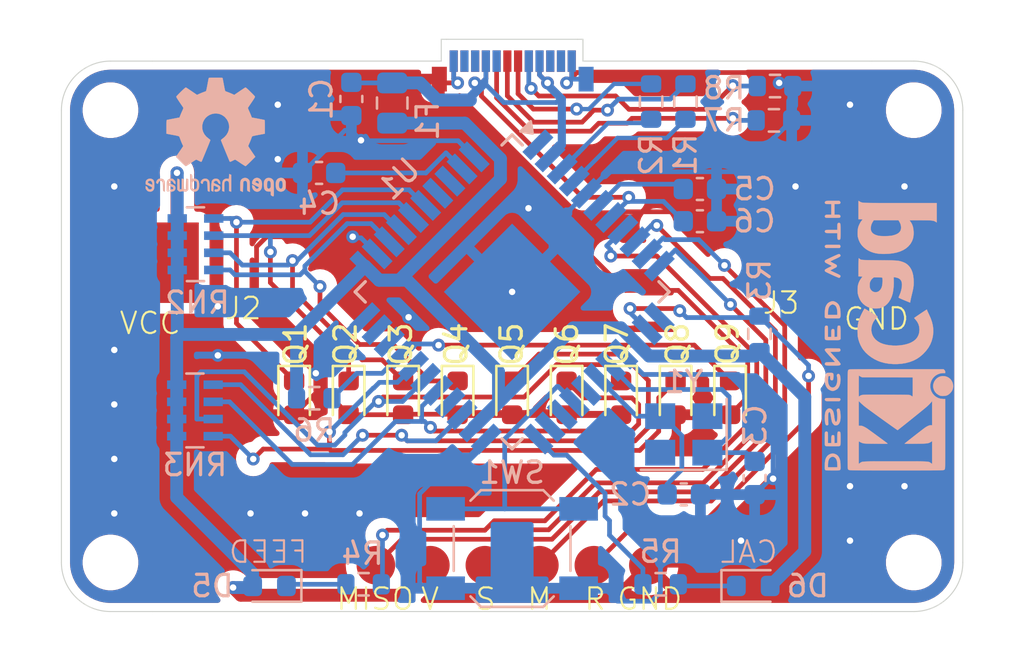
<source format=kicad_pcb>
(kicad_pcb (version 20240108) (generator "pcbnew") (generator_version "8.0")
  (layers (0 "F.Cu" signal) (31 "B.Cu" signal) (34 "B.Paste" user) (35 "F.Paste" user) (36 "B.SilkS" user "B.Silkscreen") (37 "F.SilkS" user "F.Silkscreen") (38 "B.Mask" user) (39 "F.Mask" user) (44 "Edge.Cuts" user))
  (net 0 "")
  (net 1 "GND")
  (net 2 "VBUS")
  (net 3 "Net-(U1-XTAL1)")
  (net 4 "Net-(U1-XTAL2)")
  (net 5 "Net-(U1-AREF)")
  (net 6 "VCC")
  (net 9 "Net-(P1-VCONN)")
  (net 13 "Net-(P1-CC)")
  (net 19 "Net-(U1-UCAP)")
  (net 20 "Net-(D5-K)")
  (net 21 "Net-(D6-K)")
  (net 22 "/DP")
  (net 23 "/DN")
  (net 24 "/D+")
  (net 25 "/D-")
  (net 26 "/MOSI")
  (net 27 "Net-(U1-PB0)")
  (net 28 "Net-(U1-PD5)")
  (net 29 "Net-(U1-PD1)")
  (net 38 "/SCK")
  (net 41 "/MISO")
  (net 42 "/RESET")
  (net 43 "/DATA0")
  (net 44 "/DATA1")
  (net 45 "/DATA2")
  (net 46 "/FEED")
  (net 47 "/DATA3")
  (net 48 "/DATA4")
  (net 49 "/DATA5")
  (net 50 "/DATA6")
  (net 51 "/DATA7")
  (footprint "LED_SMD:LED_0603_1608Metric" (layer "F.Cu") (at 135.382 65.7325 -90)
    (property "Reference" "Q9")
    (property "Value" "BPW40")
  )
  (footprint "LED_SMD:LED_0603_1608Metric" (layer "F.Cu") (at 115.062 65.7325 -90)
    (property "Reference" "Q1")
    (property "Value" "BPW40")
  )
  (footprint "ptrLibrary:1pin" (layer "F.Cu") (at 142.075 61.309)
    (property "Reference" "J3")
    (property "Value" "Conn_GND")
  )
  (footprint "LED_SMD:LED_0603_1608Metric" (layer "F.Cu") (at 125.222 65.7325 -90)
    (property "Reference" "Q5")
    (property "Value" "BPW40")
  )
  (footprint "LED_SMD:LED_0603_1608Metric" (layer "F.Cu") (at 122.682 65.7325 -90)
    (property "Reference" "Q4")
    (property "Value" "BPW40")
  )
  (footprint "MountingHole:MountingHole_2.1mm" (layer "F.Cu") (at 106.5022 52.324)
    (property "Reference" "H1" (hide yes))
    (property "Value" "MountingHole")
  )
  (footprint "LED_SMD:LED_0603_1608Metric" (layer "F.Cu") (at 130.302 65.7325 -90)
    (property "Reference" "Q7")
    (property "Value" "BPW40")
  )
  (footprint "LED_SMD:LED_0603_1608Metric" (layer "F.Cu") (at 132.842 65.7325 -90)
    (property "Reference" "Q8")
    (property "Value" "BPW40")
  )
  (footprint "Connector_USB:USB_C_Plug_Molex_105444" (layer "F.Cu") (at 125.25 49.998)
    (property "Reference" "P1" (hide yes))
    (property "Value" "USB_C_Plug")
  )
  (footprint "MountingHole:MountingHole_2.1mm" (layer "F.Cu") (at 143.9418 73.406)
    (property "Reference" "H3" (hide yes))
    (property "Value" "MountingHole")
  )
  (footprint "MountingHole:MountingHole_2.1mm" (layer "F.Cu") (at 106.5022 73.406)
    (property "Reference" "H4" (hide yes))
    (property "Value" "MountingHole")
  )
  (footprint "MountingHole:MountingHole_2.1mm" (layer "F.Cu") (at 143.9418 52.324)
    (property "Reference" "H2" (hide yes))
    (property "Value" "MountingHole")
  )
  (footprint "ptrLibrary:1pin" (layer "F.Cu") (at 108.369 61.309)
    (property "Reference" "J2")
    (property "Value" "Conn_VCC")
  )
  (footprint "LED_SMD:LED_0603_1608Metric" (layer "F.Cu") (at 117.602 65.7325 -90)
    (property "Reference" "Q2")
    (property "Value" "BPW40")
  )
  (footprint "SZDIYLibrary:testPoints 6pin" (layer "F.Cu") (at 118.872 73.533)
    (property "Reference" "J1" (hide yes))
    (property "Value" "ICSP")
  )
  (footprint "LED_SMD:LED_0603_1608Metric" (layer "F.Cu") (at 120.142 65.7325 -90)
    (property "Reference" "Q3")
    (property "Value" "BPW40")
  )
  (footprint "LED_SMD:LED_0603_1608Metric" (layer "F.Cu") (at 127.762 65.7325 -90)
    (property "Reference" "Q6")
    (property "Value" "BPW40")
  )
  (footprint "Symbol:KiCad-Logo2_5mm_SilkScreen" (layer "B.Cu") (at 142.7988 62.8396 90)
    (property "Reference" "REF**" (hide yes))
    (property "Value" "KiCad-Logo2_5mm_SilkScreen" (hide yes))
  )
  (footprint "LED_SMD:LED_0603_1608Metric" (layer "B.Cu") (at 113.916 74.5 180)
    (property "Reference" "D5")
    (property "Value" "FEED LED GREEN")
  )
  (footprint "Package_QFP:TQFP-44-1EP_10x10mm_P0.8mm_EP4.5x4.5mm" (layer "B.Cu") (at 125.222 60.7932 -135)
    (property "Reference" "U1")
    (property "Value" "ATmega32U4-M")
  )
  (footprint "Fuse:Fuse_0805_2012Metric" (layer "B.Cu") (at 119.634 51.9915 -90)
    (property "Reference" "F1")
    (property "Value" "500mA")
  )
  (footprint "Capacitor_SMD:C_0603_1608Metric" (layer "B.Cu") (at 116.225 55.25)
    (property "Reference" "C4")
    (property "Value" "0.1uF")
  )
  (footprint "Capacitor_SMD:C_0603_1608Metric" (layer "B.Cu") (at 117.729 51.803 -90)
    (property "Reference" "C1")
    (property "Value" "1uF")
  )
  (footprint "Resistor_SMD:R_0603_1608Metric" (layer "B.Cu") (at 131.7 51.925 -90)
    (property "Reference" "R2")
    (property "Value" "22R")
  )
  (footprint "Resistor_SMD:R_0603_1608Metric" (layer "B.Cu") (at 116 65.75)
    (property "Reference" "R6")
    (property "Value" "4K7")
  )
  (footprint "Button_Switch_SMD:SW_SPST_SKQG_WithStem" (layer "B.Cu") (at 125.222 72.756 180)
    (property "Reference" "SW1")
    (property "Value" "SW_Push")
  )
  (footprint "LED_SMD:LED_0603_1608Metric" (layer "B.Cu") (at 136.4625 74.5)
    (property "Reference" "D6")
    (property "Value" "CAL LED YELLOW")
  )
  (footprint "Crystal:Crystal_SMD_3225-4Pin_3.2x2.5mm" (layer "B.Cu") (at 133.223 67.437 180)
    (property "Reference" "Y1")
    (property "Value" "16M")
  )
  (footprint "Resistor_SMD:R_Array_Concave_4x0603" (layer "B.Cu") (at 110.4646 58.5724 180)
    (property "Reference" "RN2")
    (property "Value" "4K7")
  )
  (footprint "Resistor_SMD:R_0603_1608Metric" (layer "B.Cu") (at 118.301 74.422 180)
    (property "Reference" "R4")
    (property "Value" "330R")
  )
  (footprint "Resistor_SMD:R_0603_1608Metric" (layer "B.Cu") (at 133.3 51.925 -90)
    (property "Reference" "R1")
    (property "Value" "22R")
  )
  (footprint "Resistor_SMD:R_0603_1608Metric" (layer "B.Cu") (at 137.425 52.8)
    (property "Reference" "R7")
    (property "Value" "5K1")
  )
  (footprint "Capacitor_SMD:C_0603_1608Metric" (layer "B.Cu") (at 133.975 57.5)
    (property "Reference" "C6")
    (property "Value" "1uF")
  )
  (footprint "Capacitor_SMD:C_0603_1608Metric" (layer "B.Cu") (at 133.223 70.231 180)
    (property "Reference" "C2")
    (property "Value" "22pF")
  )
  (footprint "Resistor_SMD:R_0603_1608Metric" (layer "B.Cu") (at 132.143 74.422)
    (property "Reference" "R5")
    (property "Value" "330R")
  )
  (footprint "Resistor_SMD:R_0603_1608Metric" (layer "B.Cu") (at 136.75 62.75 90)
    (property "Reference" "R3")
    (property "Value" "10K")
  )
  (footprint "Symbol:OSHW-Logo2_7.3x6mm_SilkScreen" (layer "B.Cu") (at 111.4044 53.5686 180)
    (property "Reference" "REF**" (hide yes))
    (property "Value" "OSHW-Logo2_7.3x6mm_SilkScreen" (hide yes))
  )
  (footprint "Capacitor_SMD:C_0603_1608Metric" (layer "B.Cu") (at 133.975 56 180)
    (property "Reference" "C5")
    (property "Value" "1uF")
  )
  (footprint "Resistor_SMD:R_Array_Concave_4x0603" (layer "B.Cu") (at 110.4392 66.3194 180)
    (property "Reference" "RN3")
    (property "Value" "4K7")
  )
  (footprint "Capacitor_SMD:C_0603_1608Metric" (layer "B.Cu") (at 136.525 69.469 90)
    (property "Reference" "C3")
    (property "Value" "22pF")
  )
  (footprint "Resistor_SMD:R_0603_1608Metric" (layer "B.Cu") (at 137.475 51.2)
    (property "Reference" "R8")
    (property "Value" "NC")
  )
  (gr_line (start 146.2278 73.406) (end 146.2278 52.324) (stroke (width 0.05)) (layer "Edge.Cuts"))
  (gr_line (start 108.458 50.038) (end 106.5022 50.038) (stroke (width 0.05)) (layer "Edge.Cuts"))
  (gr_line (start 104.2162 73.406) (end 104.2162 52.324) (stroke (width 0.05)) (layer "Edge.Cuts"))
  (gr_arc (start 106.5022 75.692) (mid 104.885754 75.022446) (end 104.2162 73.406) (stroke (width 0.05)) (layer "Edge.Cuts"))
  (gr_line (start 108.458 50.038) (end 121.92 50.038) (stroke (width 0.05)) (layer "Edge.Cuts"))
  (gr_line (start 141.986 50.038) (end 143.9418 50.038) (stroke (width 0.05)) (layer "Edge.Cuts"))
  (gr_line (start 128.524 49.022) (end 128.524 50.038) (stroke (width 0.05)) (layer "Edge.Cuts"))
  (gr_arc (start 104.2162 52.324) (mid 104.885754 50.707554) (end 106.5022 50.038) (stroke (width 0.05)) (layer "Edge.Cuts"))
  (gr_line (start 128.27 49.022) (end 122.174 49.022) (stroke (width 0.05)) (layer "Edge.Cuts"))
  (gr_line (start 141.986 75.692) (end 143.9418 75.692) (stroke (width 0.05)) (layer "Edge.Cuts"))
  (gr_arc (start 143.9418 50.038) (mid 145.558246 50.707554) (end 146.2278 52.324) (stroke (width 0.05)) (layer "Edge.Cuts"))
  (gr_line (start 141.986 50.038) (end 128.524 50.038) (stroke (width 0.05)) (layer "Edge.Cuts"))
  (gr_line (start 121.92 50.038) (end 121.92 49.022) (stroke (width 0.05)) (layer "Edge.Cuts"))
  (gr_line (start 121.92 49.022) (end 122.174 49.022) (stroke (width 0.05)) (layer "Edge.Cuts"))
  (gr_line (start 106.5022 75.692) (end 108.458 75.692) (stroke (width 0.05)) (layer "Edge.Cuts"))
  (gr_line (start 128.27 49.022) (end 128.524 49.022) (stroke (width 0.05)) (layer "Edge.Cuts"))
  (gr_line (start 108.458 75.692) (end 141.986 75.692) (stroke (width 0.05)) (layer "Edge.Cuts"))
  (gr_arc (start 146.2278 73.406) (mid 145.558246 75.022446) (end 143.9418 75.692) (stroke (width 0.05)) (layer "Edge.Cuts"))
  (gr_text "FEED" (at 115.75 73.5 0) (layer "B.SilkS") (effects (font (size 1 1) (thickness 0.1)) (justify left bottom mirror)))
  (gr_text "CAL" (at 137.668 73.5 0) (layer "B.SilkS") (effects (font (size 1 1) (thickness 0.1)) (justify left bottom mirror)))
  (gr_text "VCC" (at 106.8578 62.8396 0) (layer "F.SilkS") (effects (font (size 1 1) (thickness 0.1)) (justify left bottom)))
  (gr_text "GND\n" (at 140.6144 62.6364 0) (layer "F.SilkS") (effects (font (size 1 1) (thickness 0.1)) (justify left bottom)))
  (segment (start 121.83 50.878) (end 121.83 51.7647) (width 0.22) (layer "F.Cu") (net 1))
  (segment (start 125.222 66.52) (end 127.762 66.52) (width 0.22) (layer "F.Cu") (net 1))
  (segment (start 116.0723 64.5853) (end 116.0723 65.3831) (width 0.22) (layer "F.Cu") (net 1))
  (segment (start 120.1654 66.4966) (end 122.6586 66.4966) (width 0.22) (layer "F.Cu") (net 1))
  (segment (start 140.2686 66.6188) (end 140.2686 59.309) (width 0.22) (layer "F.Cu") (net 1))
  (segment (start 136.7305 57.5042) (end 136.7305 57.0608) (width 0.22) (layer "F.Cu") (net 1))
  (segment (start 137.185 50.571) (end 137.668 51.054) (width 0.22) (layer "F.Cu") (net 1))
  (segment (start 121.83 51.7647) (end 128.6423 58.577) (width 0.22) (layer "F.Cu") (net 1))
  (segment (start 132.9652 60.7243) (end 136.2028 63.9619) (width 0.22) (layer "F.Cu") (net 1))
  (segment (start 127.762 66.52) (end 130.302 66.52) (width 0.22) (layer "F.Cu") (net 1))
  (segment (start 116.5284 65.4464) (end 116.1356 65.4464) (width 0.22) (layer "F.Cu") (net 1))
  (segment (start 119.8664 53.7283) (end 121.83 51.7647) (width 0.22) (layer "F.Cu") (net 1))
  (segment (start 136.2028 65.6992) (end 135.382 66.52) (width 0.22) (layer "F.Cu") (net 1))
  (segment (start 117.602 66.52) (end 116.5284 65.4464) (width 0.22) (layer "F.Cu") (net 1))
  (segment (start 122.5 50.872) (end 122.682 51.054) (width 0.22) (layer "F.Cu") (net 1))
  (segment (start 136.7305 57.0608) (end 136.7305 51.9915) (width 0.22) (layer "F.Cu") (net 1))
  (segment (start 122.006 51.054) (end 121.83 50.878) (width 0.22) (layer "F.Cu") (net 1))
  (segment (start 122.5 50.038) (end 122.5 50.872) (width 0.22) (layer "F.Cu") (net 1))
  (segment (start 133.3544 73.533) (end 137.3848 69.5026) (width 0.22) (layer "F.Cu") (net 1))
  (segment (start 122.6586 66.4966) (end 122.682 66.52) (width 0.22) (layer "F.Cu") (net 1))
  (segment (start 128.6423 58.577) (end 128.772 58.577) (width 0.22) (layer "F.Cu") (net 1))
  (segment (start 136.7305 57.0608) (end 130.2882 57.0608) (width 0.22) (layer "F.Cu") (net 1))
  (segment (start 117.7912 58.2243) (end 113.7811 58.2243) (width 0.22) (layer "F.Cu") (net 1))
  (segment (start 128.772 58.99) (end 130.5063 60.7243) (width 0.22) (layer "F.Cu") (net 1))
  (segment (start 136.7305 51.9915) (end 137.668 51.054) (width 0.22) (layer "F.Cu") (net 1))
  (segment (start 116.1356 65.4464) (end 115.062 66.52) (width 0.22) (layer "F.Cu") (net 1))
  (segment (start 113.7811 58.2243) (end 113.3109 58.6945) (width 0.22) (layer "F.Cu") (net 1))
  (segment (start 141.097 59.309) (end 140.2686 59.309) (width 0.22) (layer "F.Cu") (net 1))
  (segment (start 128 50.038) (end 128 50.816) (width 0.22) (layer "F.Cu") (net 1))
  (segment (start 120.142 66.52) (end 120.1654 66.4966) (width 0.22) (layer "F.Cu") (net 1))
  (segment (start 118.1789 57.8366) (end 117.7912 58.2243) (width 0.22) (layer "F.Cu") (net 1))
  (segment (start 128.772 58.577) (end 128.772 58.99) (width 0.22) (layer "F.Cu") (net 1))
  (segment (start 140.2686 59.309) (end 138.5353 59.309) (width 0.22) (layer "F.Cu") (net 1))
  (segment (start 118.1789 53.7283) (end 118.1789 57.8366) (width 0.22) (layer "F.Cu") (net 1))
  (segment (start 137.3848 69.5026) (end 140.2686 66.6188) (width 0.22) (layer "F.Cu") (net 1))
  (segment (start 130.2882 57.0608) (end 128.772 58.577) (width 0.22) (layer "F.Cu") (net 1))
  (segment (start 128.245 50.571) (end 137.185 50.571) (width 0.22) (layer "F.Cu") (net 1))
  (segment (start 128 50.816) (end 128.245 50.571) (width 0.22) (layer "F.Cu") (net 1))
  (segment (start 128 50.816) (end 127.762 51.054) (width 0.22) (layer "F.Cu") (net 1))
  (segment (start 113.3109 58.6945) (end 113.3109 61.8239) (width 0.22) (layer "F.Cu") (net 1))
  (segment (start 113.3109 61.8239) (end 116.0723 64.5853) (width 0.22) (layer "F.Cu") (net 1))
  (segment (start 131.572 73.533) (end 133.3544 73.533) (width 0.22) (layer "F.Cu") (net 1))
  (segment (start 138.5353 59.309) (end 136.7305 57.5042) (width 0.22) (layer "F.Cu") (net 1))
  (segment (start 116.0723 65.3831) (end 116.1356 65.4464) (width 0.22) (layer "F.Cu") (net 1))
  (segment (start 122.682 51.054) (end 122.006 51.054) (width 0.22) (layer "F.Cu") (net 1))
  (segment (start 118.1789 53.7283) (end 119.8664 53.7283) (width 0.22) (layer "F.Cu") (net 1))
  (segment (start 130.5063 60.7243) (end 132.9652 60.7243) (width 0.22) (layer "F.Cu") (net 1))
  (segment (start 135.382 66.52) (end 132.842 66.52) (width 0.22) (layer "F.Cu") (net 1))
  (segment (start 120.142 66.52) (end 117.602 66.52) (width 0.22) (layer "F.Cu") (net 1))
  (segment (start 122.682 66.52) (end 125.222 66.52) (width 0.22) (layer "F.Cu") (net 1))
  (segment (start 136.2028 63.9619) (end 136.2028 65.6992) (width 0.22) (layer "F.Cu") (net 1))
  (segment (start 127.762 51.054) (end 128 50.816) (width 0.22) (layer "F.Cu") (net 1))
  (via (at 120.396 61.976) (size 0.6) (drill 0.3) (layers "F.Cu" "B.Cu") (net 1))
  (via (at 137.3848 69.5026) (size 0.6) (drill 0.3) (layers "F.Cu" "B.Cu") (net 1))
  (via (at 125.984 56.896) (size 0.6) (drill 0.3) (layers "F.Cu" "B.Cu") (net 1))
  (via (at 118.1789 53.7283) (size 0.6) (drill 0.3) (layers "F.Cu" "B.Cu") (net 1))
  (via (at 116.0723 64.5853) (size 0.6) (drill 0.3) (layers "F.Cu" "B.Cu") (net 1))
  (via (at 140.97 69.85) (size 0.6) (drill 0.3) (layers "F.Cu" "B.Cu") (net 1))
  (via (at 138.43 55.88) (size 0.6) (drill 0.3) (layers "F.Cu" "B.Cu") (net 1))
  (via (at 115.57 71.12) (size 0.6) (drill 0.3) (layers "F.Cu" "B.Cu") (net 1))
  (via (at 137.668 51.054) (size 0.6) (drill 0.3) (layers "F.Cu" "B.Cu") (net 1))
  (via (at 106.68 66.04) (size 0.6) (drill 0.3) (layers "F.Cu" "B.Cu") (net 1))
  (via (at 106.68 71.12) (size 0.6) (drill 0.3) (layers "F.Cu" "B.Cu") (net 1))
  (via (at 106.68 68.58) (size 0.6) (drill 0.3) (layers "F.Cu" "B.Cu") (net 1))
  (via (at 140.97 72.39) (size 0.6) (drill 0.3) (layers "F.Cu" "B.Cu") (net 1))
  (via (at 125.222 60.7932) (size 0.6) (drill 0.3) (layers "F.Cu" "B.Cu") (net 1))
  (via (at 113.03 71.12) (size 0.6) (drill 0.3) (layers "F.Cu" "B.Cu") (net 1))
  (via (at 106.68 55.88) (size 0.6) (drill 0.3) (layers "F.Cu" "B.Cu") (net 1))
  (via (at 143.51 55.88) (size 0.6) (drill 0.3) (layers "F.Cu" "B.Cu") (net 1))
  (via (at 135.89 72.39) (size 0.6) (drill 0.3) (layers "F.Cu" "B.Cu") (net 1))
  (via (at 106.68 63.5) (size 0.6) (drill 0.3) (layers "F.Cu" "B.Cu") (net 1))
  (via (at 114.3 54.61) (size 0.6) (drill 0.3) (layers "F.Cu" "B.Cu") (net 1))
  (via (at 117.7912 58.2243) (size 0.6) (drill 0.3) (layers "F.Cu" "B.Cu") (net 1))
  (via (at 122.682 51.054) (size 0.6) (drill 0.3) (layers "F.Cu" "B.Cu") (net 1))
  (via (at 118.11 71.12) (size 0.6) (drill 0.3) (layers "F.Cu" "B.Cu") (net 1))
  (via (at 111.506 61.468) (size 0.6) (drill 0.3) (layers "F.Cu" "B.Cu") (net 1))
  (via (at 140.97 52.07) (size 0.6) (drill 0.3) (layers "F.Cu" "B.Cu") (net 1))
  (via (at 127.762 51.054) (size 0.6) (drill 0.3) (layers "F.Cu" "B.Cu") (net 1))
  (via (at 114.3 52.07) (size 0.6) (drill 0.3) (layers "F.Cu" "B.Cu") (net 1))
  (via (at 143.51 69.85) (size 0.6) (drill 0.3) (layers "F.Cu" "B.Cu") (net 1))
  (via (at 111.506 63.754) (size 0.6) (drill 0.3) (layers "F.Cu" "B.Cu") (net 1))
  (segment (start 128.322 74.606) (end 122.122 74.606) (width 0.22) (layer "B.Cu") (net 1))
  (segment (start 122.7123 68.4029) (end 123.2691 68.4029) (width 0.22) (layer "B.Cu") (net 1))
  (segment (start 120.9103 74.606) (end 120.9103 70.2049) (width 0.22) (layer "B.Cu") (net 1))
  (segment (start 137.2664 69.5026) (end 137.3848 69.5026) (width 0.22) (layer "B.Cu") (net 1))
  (segment (start 128.67 50.878) (end 127.938 50.878) (width 0.22) (layer "B.Cu") (net 1))
  (segment (start 127.0334 58.1967) (end 127.0334 58.9818) (width 0.22) (layer "B.Cu") (net 1))
  (segment (start 136.525 70.244) (end 137.2664 69.5026) (width 0.22) (layer "B.Cu") (net 1))
  (segment (start 138.154 51.054) (end 138.3 51.2) (width 0.22) (layer "B.Cu") (net 1))
  (segment (start 127.4022 57.4816) (end 127.4022 57.8279) (width 0.22) (layer "B.Cu") (net 1))
  (segment (start 118.1997 53.7491) (end 118.1789 53.7283) (width 0.22) (layer "B.Cu") (net 1))
  (segment (start 137.3848 66.2648) (end 137.3848 69.5026) (width 0.22) (layer "B.Cu") (net 1))
  (segment (start 122.7034 53.7491) (end 118.1997 53.7491) (width 0.22) (layer "B.Cu") (net 1))
  (segment (start 117.6124 62.746) (end 117.5195 62.6532) (width 0.22) (layer "B.Cu") (net 1))
  (segment (start 134.75 55.194) (end 134.75 56) (width 0.22) (layer "B.Cu") (net 1))
  (segment (start 117.8415 58.2746) (end 117.7912 58.2243) (width 0.22) (layer "B.Cu") (net 1))
  (segment (start 117.4311 53.2689) (end 115.45 55.25) (width 0.22) (layer "B.Cu") (net 1))
  (segment (start 130.1372 75.2095) (end 131.7304 75.2095) (width 0.22) (layer "B.Cu") (net 1))
  (segment (start 134.75 55.194) (end 129.6898 55.194) (width 0.22) (layer "B.Cu") (net 1))
  (segment (start 135.763 64.643) (end 137.3848 66.2648) (width 0.22) (layer "B.Cu") (net 1))
  (segment (start 131.7304 75.2095) (end 132.1347 74.8052) (width 0.22) (layer "B.Cu") (net 1))
  (segment (start 117.7195 53.2689) (end 118.1789 53.7283) (width 0.22) (layer "B.Cu") (net 1))
  (segment (start 134.75 56) (end 134.75 57.5) (width 0.22) (layer "B.Cu") (net 1))
  (segment (start 122.5 50.872) (end 122.682 51.054) (width 0.22) (layer "B.Cu") (net 1))
  (segment (start 123.4542 54.4999) (end 122.7034 53.7491) (width 0.22) (layer "B.Cu") (net 1))
  (segment (start 127.9361 56.9477) (end 127.4022 57.4816) (width 0.22) (layer "B.Cu") (net 1))
  (segment (start 129.5337 74.606) (end 130.1372 75.2095) (width 0.22) (layer "B.Cu") (net 1))
  (segment (start 128.6868 56.197) (end 127.9361 56.9477) (width 0.22) (layer "B.Cu") (net 1))
  (segment (start 137.668 51.054) (end 138.154 51.054) (width 0.22) (layer "B.Cu") (net 1))
  (segment (start 118.1779 58.2746) (end 117.8415 58.2746) (width 0.22) (layer "B.Cu") (net 1))
  (segment (start 128.322 74.606) (end 129.5337 74.606) (width 0.22) (layer "B.Cu") (net 1))
  (segment (start 132.1347 74.8052) (end 132.1347 73.5221) (width 0.22) (layer "B.Cu") (net 1))
  (segment (start 138.3 52.75) (end 138.3 51.2) (width 0.22) (layer "B.Cu") (net 1))
  (segment (start 135.856 55.194) (end 134.75 55.194) (width 0.22) (layer "B.Cu") (net 1))
  (segment (start 116.963 62.6532) (end 116.0723 63.5439) (width 0.22) (layer "B.Cu") (net 1))
  (segment (start 129.6898 55.194) (end 128.6868 56.197) (width 0.22) (layer "B.Cu") (net 1))
  (segment (start 117.729 52.9895) (end 117.729 52.578) (width 0.22) (layer "B.Cu") (net 1))
  (segment (start 117.5195 62.6532) (end 116.963 62.6532) (width 0.22) (layer "B.Cu") (net 1))
  (segment (start 117.7195 53.2689) (end 117.4311 53.2689) (width 0.22) (layer "B.Cu") (net 1))
  (segment (start 122.5 50.038) (end 122.5 50.872) (width 0.22) (layer "B.Cu") (net 1))
  (segment (start 120.9103 70.2049) (end 122.7123 68.4029) (width 0.22) (layer "B.Cu") (net 1))
  (segment (start 132.1347 73.5221) (end 134.011 71.6458) (width 0.22) (layer "B.Cu") (net 1))
  (segment (start 127.938 50.878) (end 127.762 51.054) (width 0.22) (layer "B.Cu") (net 1))
  (segment (start 122.122 74.606) (end 120.9103 74.606) (width 0.22) (layer "B.Cu") (net 1))
  (segment (start 127.938 50.878) (end 127.762 51.054) (width 0.22) (layer "B.Cu") (net 1))
  (segment (start 125.222 60.7932) (end 127.0334 58.9818) (width 0.22) (layer "B.Cu") (net 1))
  (segment (start 116.0723 63.5439) (end 116.0723 64.5853) (width 0.22) (layer "B.Cu") (net 1))
  (segment (start 128 50.038) (end 128 50.816) (width 0.22) (layer "B.Cu") (net 1))
  (segment (start 128 50.816) (end 127.938 50.878) (width 0.22) (layer "B.Cu") (net 1))
  (segment (start 117.71 52.9895) (end 117.7195 52.9895) (width 0.22) (layer "B.Cu") (net 1))
  (segment (start 117.7195 52.9895) (end 117.7195 53.2689) (width 0.22) (layer "B.Cu") (net 1))
  (segment (start 138.25 52.8) (end 138.3 52.75) (width 0.22) (layer "B.Cu") (net 1))
  (segment (start 134.011 70.244) (end 136.525 70.244) (width 0.22) (layer "B.Cu") (net 1))
  (segment (start 117.7195 52.9895) (end 117.729 52.9895) (width 0.22) (layer "B.Cu") (net 1))
  (segment (start 130.38388 63.692338) (end 131.334542 64.643) (width 0.22) (layer "B.Cu") (net 1))
  (segment (start 127.4022 57.8279) (end 127.0334 58.1967) (width 0.22) (layer "B.Cu") (net 1))
  (segment (start 118.3631 61.9953) (end 117.6124 62.746) (width 0.22) (layer "B.Cu") (net 1))
  (segment (start 124.0199 67.6521) (end 123.2691 68.4029) (width 0.22) (layer "B.Cu") (net 1))
  (segment (start 134.011 71.6458) (end 134.011 70.244) (width 0.22) (layer "B.Cu") (net 1))
  (segment (start 131.334542 64.643) (end 135.763 64.643) (width 0.22) (layer "B.Cu") (net 1))
  (segment (start 138.25 52.8) (end 135.856 55.194) (width 0.22) (layer "B.Cu") (net 1))
  (segment (start 118.9287 59.0254) (end 118.1779 58.2746) (width 0.22) (layer "B.Cu") (net 1))
  (segment (start 134.011 70.244) (end 133.998 70.231) (width 0.22) (layer "B.Cu") (net 1))
  (segment (start 123.794 51.054) (end 123.482 51.054) (width 0.22) (layer "F.Cu") (net 2))
  (segment (start 126.5 50.038) (end 126.5 50.681) (width 0.22) (layer "F.Cu") (net 2))
  (segment (start 126.5 50.681) (end 126.873 51.054) (width 0.22) (layer "F.Cu") (net 2))
  (segment (start 123.794 51.6678) (end 123.794 51.054) (width 0.22) (layer "F.Cu") (net 2))
  (segment (start 124 50.038) (end 124 50.848) (width 0.22) (layer "F.Cu") (net 2))
  (segment (start 128.512 56.3858) (end 123.794 51.6678) (width 0.22) (layer "F.Cu") (net 2))
  (segment (start 124 50.848) (end 123.794 51.054) (width 0.22) (layer "F.Cu") (net 2))
  (segment (start 130.6551 56.3858) (end 128.512 56.3858) (width 0.22) (layer "F.Cu") (net 2))
  (via (at 126.873 51.054) (size 0.6) (drill 0.3) (layers "F.Cu" "B.Cu") (net 2))
  (via (at 123.482 51.054) (size 0.6) (drill 0.3) (layers "F.Cu" "B.Cu") (net 2))
  (via (at 130.6551 56.3858) (size 0.6) (drill 0.3) (layers "F.Cu" "B.Cu") (net 2))
  (segment (start 123.556 51.2925) (end 123.365 51.483) (width 0.22) (layer "B.Cu") (net 2))
  (segment (start 132.2777 56.5777) (end 130.6551 56.5777) (width 0.22) (layer "B.Cu") (net 2))
  (segment (start 126.99 54.4999) (end 126.99 54.5) (width 0.22) (layer "B.Cu") (net 2))
  (segment (start 117.755 51.054) (end 117.729 51.028) (width 0.22) (layer "B.Cu") (net 2))
  (segment (start 130.6551 56.5777) (end 130.569 56.5777) (width 0.22) (layer "B.Cu") (net 2))
  (segment (start 124 51.133) (end 124 50.848) (width 0.22) (layer "B.Cu") (net 2))
  (segment (start 123.279 51.854) (end 124 51.133) (width 0.22) (layer "B.Cu") (net 2))
  (segment (start 126.873 51.1408) (end 127.49 51.7573) (width 0.38) (layer "B.Cu") (net 2))
  (segment (start 127.2645 54.2254) (end 127.2643 54.2254) (width 0.22) (layer "B.Cu") (net 2))
  (segment (start 123.667 51.181) (end 123.556 51.2925) (width 0.22) (layer "B.Cu") (net 2))
  (segment (start 123.482 51.366) (end 123.365 51.483) (width 0.22) (layer "B.Cu") (net 2))
  (segment (start 124.835 51.9679) (end 124 51.133) (width 0.22) (layer "B.Cu") (net 2))
  (segment (start 127.279 51.9679) (end 124.835 51.9679) (width 0.22) (layer "B.Cu") (net 2))
  (segment (start 127.49 51.7573) (end 127.49 51.7574) (width 0.22) (layer "B.Cu") (net 2))
  (segment (start 124 50.038) (end 124 50.848) (width 0.22) (layer "B.Cu") (net 2))
  (segment (start 133.2 57.5) (end 132.2777 56.5777) (width 0.22) (layer "B.Cu") (net 2))
  (segment (start 126.873 51.054) (end 126.873 51.1408) (width 0.38) (layer "B.Cu") (net 2))
  (segment (start 130.569 56.5777) (end 130.569 56.5776) (width 0.22) (layer "B.Cu") (net 2))
  (segment (start 119.634 51.054) (end 117.755 51.054) (width 0.22) (layer "B.Cu") (net 2))
  (segment (start 127.49 51.7574) (end 127.279 51.9679) (width 0.22) (layer "B.Cu") (net 2))
  (segment (start 120.929 51.054) (end 121.539 51.664) (width 0.6) (layer "B.Cu") (net 2))
  (segment (start 119.634 51.054) (end 120.929 51.054) (width 0.6) (layer "B.Cu") (net 2))
  (segment (start 126.5 50.681) (end 126.873 51.054) (width 0.22) (layer "B.Cu") (net 2))
  (segment (start 127.539 53.9509) (end 127.2645 54.2254) (width 0.38) (layer "B.Cu") (net 2))
  (segment (start 129.8182 57.3284) (end 130.569 56.5776) (width 0.22) (layer "B.Cu") (net 2))
  (segment (start 126.99 54.4999) (end 126.99 54.5) (width 0.38) (layer "B.Cu") (net 2))
  (segment (start 123.365 51.483) (end 123.184 51.664) (width 0.22) (layer "B.Cu") (net 2))
  (segment (start 130.6551 56.5777) (end 130.6551 56.3858) (width 0.22) (layer "B.Cu") (net 2))
  (segment (start 126.5 50.038) (end 126.5 50.681) (width 0.22) (layer "B.Cu") (net 2))
  (segment (start 121.729 51.854) (end 123.279 51.854) (width 0.6) (layer "B.Cu") (net 2))
  (segment (start 123.482 51.054) (end 123.482 51.366) (width 0.22) (layer "B.Cu") (net 2))
  (segment (start 127.2643 54.2254) (end 126.9898 54.4999) (width 0.22) (layer "B.Cu") (net 2))
  (segment (start 123.184 51.664) (end 121.539 51.664) (width 0.22) (layer "B.Cu") (net 2))
  (segment (start 127.539 51.8067) (end 127.539 53.9509) (width 0.38) (layer "B.Cu") (net 2))
  (segment (start 121.539 51.664) (end 121.729 51.854) (width 0.6) (layer "B.Cu") (net 2))
  (segment (start 124 50.848) (end 123.556 51.2925) (width 0.22) (layer "B.Cu") (net 2))
  (segment (start 127.49 51.7573) (end 127.539 51.8067) (width 0.38) (layer "B.Cu") (net 2))
  (segment (start 127.2645 54.2254) (end 126.99 54.4999) (width 0.38) (layer "B.Cu") (net 2))
  (segment (start 133.133 69.071) (end 133.133 67.497) (width 0.22) (layer "B.Cu") (net 3))
  (segment (start 133.133 67.497) (end 132.223 66.587) (width 0.22) (layer "B.Cu") (net 3))
  (segment (start 132.123 66.587) (end 131.0158 66.587) (width 0.22) (layer "B.Cu") (net 3))
  (segment (start 132.223 66.587) (end 132.123 66.587) (width 0.22) (layer "B.Cu") (net 3))
  (segment (start 131.0158 66.587) (end 129.2525 64.8237) (width 0.22) (layer "B.Cu") (net 3))
  (segment (start 132.448 70.231) (end 132.448 69.756) (width 0.22) (layer "B.Cu") (net 3))
  (segment (start 132.448 69.756) (end 133.133 69.071) (width 0.22) (layer "B.Cu") (net 3))
  (segment (start 134.8289 68.287) (end 136.118 68.287) (width 0.22) (layer "B.Cu") (net 4))
  (segment (start 135.333 67.497) (end 135.333 65.677) (width 0.22) (layer "B.Cu") (net 4))
  (segment (start 134.9985 65.3425) (end 130.9027 65.3425) (width 0.22) (layer "B.Cu") (net 4))
  (segment (start 136.118 68.287) (end 136.525 68.694) (width 0.22) (layer "B.Cu") (net 4))
  (segment (start 134.323 68.287) (end 134.8289 68.287) (width 0.22) (layer "B.Cu") (net 4))
  (segment (start 134.543 68.287) (end 135.333 67.497) (width 0.22) (layer "B.Cu") (net 4))
  (segment (start 129.8182 64.258) (end 130.9027 65.3425) (width 0.22) (layer "B.Cu") (net 4))
  (segment (start 135.333 65.677) (end 134.9985 65.3425) (width 0.22) (layer "B.Cu") (net 4))
  (segment (start 134.323 68.287) (end 134.543 68.287) (width 0.22) (layer "B.Cu") (net 4))
  (segment (start 121.2028 55.25) (end 122.1379 54.3149) (width 0.22) (layer "B.Cu") (net 5))
  (segment (start 122.8885 55.0656) (end 122.1379 54.3149) (width 0.22) (layer "B.Cu") (net 5))
  (segment (start 117 55.25) (end 121.2028 55.25) (width 0.22) (layer "B.Cu") (net 5))
  (segment (start 112.576 74.933) (end 112.217 74.5744) (width 0.6) (layer "F.Cu") (net 6))
  (segment (start 109.601 55.245) (end 109.601 59.055) (width 0.6) (layer "F.Cu") (net 6))
  (segment (start 121.412 73.533) (end 120.012 74.933) (width 0.6) (layer "F.Cu") (net 6))
  (segment (start 109.601 59.055) (end 109.347 59.309) (width 0.6) (layer "F.Cu") (net 6))
  (segment (start 120.012 74.933) (end 112.576 74.933) (width 0.6) (layer "F.Cu") (net 6))
  (via (at 109.601 55.245) (size 0.6) (drill 0.3) (layers "F.Cu" "B.Cu") (net 6))
  (via (at 112.217 74.5744) (size 0.6) (drill 0.3) (layers "F.Cu" "B.Cu") (net 6))
  (segment (start 109.5892 67.5194) (end 109.589 67.5194) (width 0.22) (layer "B.Cu") (net 6))
  (segment (start 109.5892 64.6044) (end 109.5892 65.1194) (width 0.22) (layer "B.Cu") (net 6))
  (segment (start 132.2097 63.7858) (end 136.539 63.7858) (width 0.6) (layer "B.Cu") (net 6))
  (segment (start 124.0199 53.9343) (end 124.02 53.9343) (width 0.22) (layer "B.Cu") (net 6))
  (segment (start 115.175 62.7792) (end 109.738 62.7792) (width 0.6) (layer "B.Cu") (net 6))
  (segment (start 119.0221 60.2502) (end 119.963 60.2502) (width 0.6) (layer "B.Cu") (net 6))
  (segment (start 109.6146 59.7724) (end 109.615 59.7724) (width 0.22) (layer "B.Cu") (net 6))
  (segment (start 118.363 59.5911) (end 119.022 60.2502) (width 0.6) (layer "B.Cu") (net 6))
  (segment (start 130.29 62.4676) (end 130.9498 63.1265) (width 0.6) (layer "B.Cu") (net 6))
  (segment (start 109.589 57.3978) (end 109.6148 57.3726) (width 0.6) (layer "B.Cu") (net 6))
  (segment (start 130.95 63.1267) (end 131.609 63.7858) (width 0.6) (layer "B.Cu") (net 6))
  (segment (start 112.217 74.5744) (end 113.054 74.5744) (width 0.6) (layer "B.Cu") (net 6))
  (segment (start 109.5892 66.2806) (end 109.5892 65.9194) (width 0.22) (layer "B.Cu") (net 6))
  (segment (start 109.6146 58.9845) (end 109.6146 58.9724) (width 0.22) (layer "B.Cu") (net 6))
  (segment (start 130.9498 63.1265) (end 130.95 63.1267) (width 0.6) (layer "B.Cu") (net 6))
  (segment (start 109.615 57.3724) (end 109.615 58.1786) (width 0.6) (layer "B.Cu") (net 6))
  (segment (start 109.615 58.9849) (end 109.615 59.7724) (width 0.6) (layer "B.Cu") (net 6))
  (segment (start 123.4541 67.0863) (end 124.587 65.9534) (width 0.6) (layer "B.Cu") (net 6))
  (segment (start 128.073 62.4676) (end 130.29 62.4676) (width 0.6) (layer "B.Cu") (net 6))
  (segment (start 123.4541 67.0863) (end 123.454 67.0864) (width 0.6) (layer "B.Cu") (net 6))
  (segment (start 118.363 59.5911) (end 119.0221 60.2502) (width 0.6) (layer "B.Cu") (net 6))
  (segment (start 109.589 66.2808) (end 109.589 64.6042) (width 0.6) (layer "B.Cu") (net 6))
  (segment (start 109.6146 58.1782) (end 109.6146 58.1724) (width 0.22) (layer "B.Cu") (net 6))
  (segment (start 109.738 62.7792) (end 109.615 62.9017) (width 0.6) (layer "B.Cu") (net 6))
  (segment (start 124.587 64.516) (end 120.3212 60.2502) (width 0.6) (layer "B.Cu") (net 6))
  (segment (start 115.175 62.7792) (end 118.363 59.5911) (width 0.6) (layer "B.Cu") (net 6))
  (segment (start 123.4542 67.0865) (end 123.4541 67.0864) (width 0.22) (layer "B.Cu") (net 6))
  (segment (start 123.454 67.0864) (end 128.073 62.4676) (width 0.6) (layer "B.Cu") (net 6))
  (segment (start 124.679 55.534) (end 124.679 54.5934) (width 0.6) (layer "B.Cu") (net 6))
  (segment (start 109.5892 66.8999) (end 109.5892 66.7194) (width 0.22) (layer "B.Cu") (net 6))
  (segment (start 123.4541 67.0864) (end 123.4541 67.0863) (width 0.22) (layer "B.Cu") (net 6))
  (segment (start 113.128 73.9109) (end 109.589 70.3716) (width 0.6) (layer "B.Cu") (net 6))
  (segment (start 124.679 54.5934) (end 124.02 53.9343) (width 0.6) (layer "B.Cu") (net 6))
  (segment (start 119.022 60.2502) (end 119.0221 60.2502) (width 0.6) (layer "B.Cu") (net 6))
  (segment (start 109.589 70.3716) (end 109.589 67.5194) (width 0.6) (layer "B.Cu") (net 6))
  (segment (start 119.963 60.2502) (end 124.679 55.534) (width 0.6) (layer "B.Cu") (net 6))
  (segment (start 109.589 64.6042) (end 109.5892 64.6044) (width 0.22) (layer "B.Cu") (net 6))
  (segment (start 109.615 59.7724) (end 109.615 62.9017) (width 0.6) (layer "B.Cu") (net 6))
  (segment (start 109.615 58.1786) (end 109.615 58.9849) (width 0.6) (layer "B.Cu") (net 6))
  (segment (start 124.02 53.9343) (end 123.015 52.929) (width 0.6) (layer "B.Cu") (net 6))
  (segment (start 109.615 55.2586) (end 109.601 55.245) (width 0.6) (layer "B.Cu") (net 6))
  (segment (start 124.587 65.9534) (end 124.587 64.516) (width 0.6) (layer "B.Cu") (net 6))
  (segment (start 136.539 63.7858) (end 136.75 63.575) (width 0.6) (layer "B.Cu") (net 6))
  (segment (start 109.589 66.9001) (end 109.5892 66.8999) (width 0.22) (layer "B.Cu") (net 6))
  (segment (start 115.175 65.75) (end 115.175 62.7792) (width 0.6) (layer "B.Cu") (net 6))
  (segment (start 109.615 62.9017) (end 109.615 62.9022) (width 0.6) (layer "B.Cu") (net 6))
  (segment (start 109.615 58.9849) (end 109.6146 58.9845) (width 0.22) (layer "B.Cu") (net 6))
  (segment (start 109.589 67.5194) (end 109.589 66.9001) (width 0.6) (layer "B.Cu") (net 6))
  (segment (start 109.615 58.1786) (end 109.6146 58.1782) (width 0.22) (layer "B.Cu") (net 6))
  (segment (start 120.3212 60.2502) (end 119.0221 60.2502) (width 0.6) (layer "B.Cu") (net 6))
  (segment (start 138.862 65.6868) (end 138.862 72.8882) (width 0.6) (layer "B.Cu") (net 6))
  (segment (start 109.589 66.9001) (end 109.589 66.2808) (width 0.6) (layer "B.Cu") (net 6))
  (segment (start 113.054 74.5744) (end 113.128 74.5) (width 0.6) (layer "B.Cu") (net 6))
  (segment (start 109.615 62.9022) (end 109.589 62.9276) (width 0.6) (layer "B.Cu") (net 6))
  (segment (start 113.128 74.5) (end 113.128 73.9109) (width 0.6) (layer "B.Cu") (net 6))
  (segment (start 138.862 72.8882) (end 137.25 74.5) (width 0.6) (layer "B.Cu") (net 6))
  (segment (start 136.75 63.575) (end 138.862 65.6868) (width 0.6) (layer "B.Cu") (net 6))
  (segment (start 109.615 57.3724) (end 109.615 55.2586) (width 0.6) (layer "B.Cu") (net 6))
  (segment (start 130.9496 63.1267) (end 130.9498 63.1265) (width 0.22) (layer "B.Cu") (net 6))
  (segment (start 109.589 64.6042) (end 109.589 62.9276) (width 0.6) (layer "B.Cu") (net 6))
  (segment (start 118.3631 59.5911) (end 118.363 59.5911) (width 0.22) (layer "B.Cu") (net 6))
  (segment (start 109.6148 57.3726) (end 109.615 57.3724) (width 0.6) (layer "B.Cu") (net 6))
  (segment (start 131.609 63.7858) (end 132.2097 63.7858) (width 0.6) (layer "B.Cu") (net 6))
  (segment (start 113.1285 74.5) (end 113.128 74.5) (width 0.22) (layer "B.Cu") (net 6))
  (segment (start 109.615 62.9017) (end 109.589 62.9276) (width 0.6) (layer "B.Cu") (net 6))
  (segment (start 123.015 52.929) (end 119.634 52.929) (width 0.6) (layer "B.Cu") (net 6))
  (segment (start 109.6146 57.3724) (end 109.6148 57.3726) (width 0.22) (layer "B.Cu") (net 6))
  (segment (start 109.589 66.2808) (end 109.5892 66.2806) (width 0.22) (layer "B.Cu") (net 6))
  (segment (start 130.669 52.285) (end 130.048 51.664) (width 0.22) (layer "F.Cu") (net 9))
  (segment (start 135.509 51.181) (end 134.405 52.285) (width 0.22) (layer "F.Cu") (net 9))
  (segment (start 126.466 51.664) (end 126.11 51.308) (width 0.22) (layer "F.Cu") (net 9))
  (segment (start 134.405 52.285) (end 130.669 52.285) (width 0.22) (layer "F.Cu") (net 9))
  (segment (start 130.048 51.664) (end 126.466 51.664) (width 0.22) (layer "F.Cu") (net 9))
  (via (at 126.11 51.308) (size 0.6) (drill 0.3) (layers "F.Cu" "B.Cu") (net 9))
  (via (at 135.509 51.181) (size 0.6) (drill 0.3) (layers "F.Cu" "B.Cu") (net 9))
  (segment (start 126 51.198) (end 126 50.038) (width 0.22) (layer "B.Cu") (net 9))
  (segment (start 135.528 51.2) (end 135.509 51.181) (width 0.22) (layer "B.Cu") (net 9))
  (segment (start 126.11 51.308) (end 126 51.198) (width 0.22) (layer "B.Cu") (net 9))
  (segment (start 136.65 51.2) (end 135.528 51.2) (width 0.22) (layer "B.Cu") (net 9))
  (segment (start 124.5 50.038) (end 124.5 51.749) (width 0.22) (layer "F.Cu") (net 13))
  (segment (start 129.261 52.934) (end 130.581 52.934) (width 0.22) (layer "F.Cu") (net 13))
  (segment (start 126.055 53.304) (end 128.891 53.304) (width 0.22) (layer "F.Cu") (net 13))
  (segment (start 128.891 53.304) (end 129.261 52.934) (width 0.22) (layer "F.Cu") (net 13))
  (segment (start 124.5 51.749) (end 126.055 53.304) (width 0.22) (layer "F.Cu") (net 13))
  (segment (start 130.81 52.705) (end 135.509 52.705) (width 0.22) (layer "F.Cu") (net 13))
  (segment (start 130.581 52.934) (end 130.81 52.705) (width 0.22) (layer "F.Cu") (net 13))
  (via (at 135.509 52.705) (size 0.6) (drill 0.3) (layers "F.Cu" "B.Cu") (net 13))
  (segment (start 135.604 52.8) (end 135.509 52.705) (width 0.22) (layer "B.Cu") (net 13))
  (segment (start 136.6 52.8) (end 135.604 52.8) (width 0.22) (layer "B.Cu") (net 13))
  (segment (start 130.2411 55.7741) (end 129.2525 56.7627) (width 0.22) (layer "B.Cu") (net 19))
  (segment (start 133.2 56) (end 132.9741 55.7741) (width 0.22) (layer "B.Cu") (net 19))
  (segment (start 132.9741 55.7741) (end 130.2411 55.7741) (width 0.22) (layer "B.Cu") (net 19))
  (segment (start 117.476 74.422) (end 114.7815 74.422) (width 0.22) (layer "B.Cu") (net 20))
  (segment (start 114.7815 74.422) (end 114.7035 74.5) (width 0.22) (layer "B.Cu") (net 20))
  (segment (start 135.675 74.5) (end 133.046 74.5) (width 0.22) (layer "B.Cu") (net 21))
  (segment (start 133.046 74.5) (end 132.968 74.422) (width 0.22) (layer "B.Cu") (net 21))
  (segment (start 128.839 52.5267) (end 128.482 52.884) (width 0.22) (layer "F.Cu") (net 22))
  (segment (start 129.032 52.324) (end 128.839 52.5171) (width 0.22) (layer "F.Cu") (net 22))
  (segment (start 129.667 52.324) (end 129.032 52.324) (width 0.22) (layer "F.Cu") (net 22))
  (segment (start 126.229 52.884) (end 125 51.6546) (width 0.22) (layer "F.Cu") (net 22))
  (segment (start 128.482 52.884) (end 126.229 52.884) (width 0.22) (layer "F.Cu") (net 22))
  (segment (start 128.839 52.5171) (end 128.839 52.5267) (width 0.22) (layer "F.Cu") (net 22))
  (segment (start 125 51.6546) (end 125 50.038) (width 0.22) (layer "F.Cu") (net 22))
  (via (at 129.667 52.324) (size 0.6) (drill 0.3) (layers "F.Cu" "B.Cu") (net 22))
  (segment (start 133.3 51.1) (end 132.59 51.81) (width 0.22) (layer "B.Cu") (net 22))
  (segment (start 130.181 51.81) (end 129.667 52.324) (width 0.22) (layer "B.Cu") (net 22))
  (segment (start 132.59 51.81) (end 130.181 51.81) (width 0.22) (layer "B.Cu") (net 22))
  (segment (start 126.213 52.274) (end 125.5 51.5607) (width 0.22) (layer "F.Cu") (net 23))
  (segment (start 125.5 51.5607) (end 125.5 50.038) (width 0.22) (layer "F.Cu") (net 23))
  (segment (start 128.229 52.274) (end 126.213 52.274) (width 0.22) (layer "F.Cu") (net 23))
  (via (at 128.229 52.274) (size 0.6) (drill 0.3) (layers "F.Cu" "B.Cu") (net 23))
  (segment (start 128.799 52.274) (end 128.229 52.274) (width 0.2) (layer "B.Cu") (net 23))
  (segment (start 129.973 51.1) (end 128.799 52.274) (width 0.2) (layer "B.Cu") (net 23))
  (segment (start 131.7 51.1) (end 129.973 51.1) (width 0.2) (layer "B.Cu") (net 23))
  (segment (start 131.659 51.141) (end 131.7 51.1) (width 0.22) (layer "B.Cu") (net 23))
  (segment (start 132.431 53.6194) (end 130.133 53.6194) (width 0.2) (layer "B.Cu") (net 24))
  (segment (start 128.1211 55.6313) (end 128.121 55.6313) (width 0.2) (layer "B.Cu") (net 24))
  (segment (start 133.3 52.75) (end 132.431 53.6194) (width 0.2) (layer "B.Cu") (net 24))
  (segment (start 130.133 53.6194) (end 128.1211 55.6313) (width 0.2) (layer "B.Cu") (net 24))
  (segment (start 128.3061 54.3147) (end 128.3061 54.3149) (width 0.22) (layer "B.Cu") (net 25))
  (segment (start 129.697 52.924) (end 128.626 53.9948) (width 0.2) (layer "B.Cu") (net 25))
  (segment (start 128.626 53.9948) (end 128.3061 54.3147) (width 0.22) (layer "B.Cu") (net 25))
  (segment (start 131.526 52.924) (end 129.697 52.924) (width 0.2) (layer "B.Cu") (net 25))
  (segment (start 127.5555 55.0656) (end 128.3062 54.3149) (width 0.22) (layer "B.Cu") (net 25))
  (segment (start 131.7 52.75) (end 131.526 52.924) (width 0.2) (layer "B.Cu") (net 25))
  (segment (start 128.626 53.9948) (end 127.555 55.0656) (width 0.2) (layer "B.Cu") (net 25))
  (segment (start 128.3061 54.3149) (end 128.3062 54.3149) (width 0.22) (layer "B.Cu") (net 25))
  (segment (start 129.4869 70.5381) (end 126.492 73.533) (width 0.22) (layer "F.Cu") (net 26))
  (segment (start 137.928 67.1157) (end 134.5056 70.5381) (width 0.22) (layer "F.Cu") (net 26))
  (segment (start 135.1196 59.5572) (end 137.928 62.3656) (width 0.22) (layer "F.Cu") (net 26))
  (segment (start 137.928 62.3656) (end 137.928 67.1157) (width 0.22) (layer "F.Cu") (net 26))
  (segment (start 134.5056 70.5381) (end 129.4869 70.5381) (width 0.22) (layer "F.Cu") (net 26))
  (via (at 135.1196 59.5572) (size 0.6) (drill 0.3) (layers "F.Cu" "B.Cu") (net 26))
  (segment (start 132.2661 58.2746) (end 132.3511 58.3596) (width 0.22) (layer "B.Cu") (net 26))
  (segment (start 131.5153 59.0254) (end 132.2661 58.2746) (width 0.22) (layer "B.Cu") (net 26))
  (segment (start 132.3511 58.3596) (end 133.922 58.3596) (width 0.22) (layer "B.Cu") (net 26))
  (segment (start 133.922 58.3596) (end 135.1196 59.5572) (width 0.22) (layer "B.Cu") (net 26))
  (segment (start 126.75186 71.462) (end 129.14386 69.07) (width 0.22) (layer "F.Cu") (net 27))
  (segment (start 123.952 71.903) (end 124.393 71.462) (width 0.22) (layer "F.Cu") (net 27))
  (segment (start 129.14386 69.07) (end 134.112 69.07) (width 0.22) (layer "F.Cu") (net 27))
  (segment (start 124.393 71.462) (end 126.75186 71.462) (width 0.22) (layer "F.Cu") (net 27))
  (segment (start 119.1806 72.1272) (end 119.4048 71.903) (width 0.22) (layer "F.Cu") (net 27))
  (segment (start 136.6246 63.7817) (end 131.9657 59.1228) (width 0.22) (layer "F.Cu") (net 27))
  (segment (start 134.112 69.07) (end 136.6246 66.5574) (width 0.22) (layer "F.Cu") (net 27))
  (segment (start 131.9657 59.1228) (end 129.8215 59.1228) (width 0.22) (layer "F.Cu") (net 27))
  (segment (start 136.6246 66.5574) (end 136.6246 63.7817) (width 0.22) (layer "F.Cu") (net 27))
  (segment (start 119.4048 71.903) (end 123.952 71.903) (width 0.22) (layer "F.Cu") (net 27))
  (via (at 119.1806 72.1272) (size 0.6) (drill 0.3) (layers "F.Cu" "B.Cu") (net 27))
  (via (at 129.8215 59.1228) (size 0.6) (drill 0.3) (layers "F.Cu" "B.Cu") (net 27))
  (segment (start 129.6332 58.6448) (end 129.8215 58.8332) (width 0.22) (layer "B.Cu") (net 27))
  (segment (start 119.126 74.422) (end 119.1806 74.3674) (width 0.22) (layer "B.Cu") (net 27))
  (segment (start 130.3839 57.8941) (end 129.6332 58.6448) (width 0.22) (layer "B.Cu") (net 27))
  (segment (start 129.8215 58.8332) (end 129.8215 59.1228) (width 0.22) (layer "B.Cu") (net 27))
  (segment (start 119.1806 74.3674) (end 119.1806 72.1272) (width 0.22) (layer "B.Cu") (net 27))
  (segment (start 127.7676 68.4028) (end 129.5549 70.1901) (width 0.22) (layer "B.Cu") (net 28))
  (segment (start 126.4241 67.6521) (end 127.1749 68.4028) (width 0.22) (layer "B.Cu") (net 28))
  (segment (start 129.7621 71.4542) (end 129.5549 71.247) (width 0.22) (layer "B.Cu") (net 28))
  (segment (start 129.7621 72.136) (end 129.7621 71.4542) (width 0.22) (layer "B.Cu") (net 28))
  (segment (start 131.318 74.422) (end 131.318 73.6919) (width 0.22) (layer "B.Cu") (net 28))
  (segment (start 129.5549 70.1901) (end 129.5549 71.247) (width 0.22) (layer "B.Cu") (net 28))
  (segment (start 127.1749 68.4028) (end 127.7676 68.4028) (width 0.22) (layer "B.Cu") (net 28))
  (segment (start 131.318 73.6919) (end 129.7621 72.136) (width 0.22) (layer "B.Cu") (net 28))
  (segment (start 124.877 70.906) (end 124.877 67.6486) (width 0.22) (layer "B.Cu") (net 29))
  (segment (start 124.877 67.6486) (end 127.3212 65.2044) (width 0.22) (layer "B.Cu") (net 29))
  (segment (start 128.1211 65.9551) (end 127.3704 65.2044) (width 0.22) (layer "B.Cu") (net 29))
  (segment (start 124.877 70.906) (end 123.3337 70.906) (width 0.22) (layer "B.Cu") (net 29))
  (segment (start 127.3212 65.2044) (end 127.3704 65.2044) (width 0.22) (layer "B.Cu") (net 29))
  (segment (start 122.122 70.906) (end 123.3337 70.906) (width 0.22) (layer "B.Cu") (net 29))
  (segment (start 124.877 70.906) (end 128.322 70.906) (width 0.22) (layer "B.Cu") (net 29))
  (segment (start 125.162 72.323) (end 127.0788 72.323) (width 0.22) (layer "F.Cu") (net 38))
  (segment (start 134.3313 70.1158) (end 129.286 70.1158) (width 0.22) (layer "F.Cu") (net 38))
  (segment (start 135.0526 60.1689) (end 137.4922 62.6085) (width 0.22) (layer "F.Cu") (net 38))
  (segment (start 127.0788 72.323) (end 129.286 70.1158) (width 0.22) (layer "F.Cu") (net 38))
  (segment (start 123.952 73.533) (end 125.162 72.323) (width 0.22) (layer "F.Cu") (net 38))
  (segment (start 134.4378 60.1689) (end 135.0526 60.1689) (width 0.22) (layer "F.Cu") (net 38))
  (segment (start 131.9639 57.695) (end 134.4378 60.1689) (width 0.22) (layer "F.Cu") (net 38))
  (segment (start 137.4922 62.6085) (end 137.4922 66.9549) (width 0.22) (layer "F.Cu") (net 38))
  (segment (start 137.4922 66.9549) (end 134.3313 70.1158) (width 0.22) (layer "F.Cu") (net 38))
  (via (at 131.9639 57.695) (size 0.6) (drill 0.3) (layers "F.Cu" "B.Cu") (net 38))
  (segment (start 130.9496 58.4597) (end 131.7143 57.695) (width 0.22) (layer "B.Cu") (net 38))
  (segment (start 131.7143 57.695) (end 131.9639 57.695) (width 0.22) (layer "B.Cu") (net 38))
  (segment (start 126.92583 71.882) (end 129.11203 69.6958) (width 0.22) (layer "F.Cu") (net 41))
  (segment (start 118.872 73.533) (end 120.082 72.323) (width 0.22) (layer "F.Cu") (net 41))
  (segment (start 137.0463 66.7879) (end 137.0463 63.0281) (width 0.22) (layer "F.Cu") (net 41))
  (segment (start 130.302 69.694) (end 134.1402 69.694) (width 0.22) (layer "F.Cu") (net 41))
  (segment (start 137.0463 63.0281) (end 135.3975 61.3793) (width 0.22) (layer "F.Cu") (net 41))
  (segment (start 130.3002 69.6958) (end 130.302 69.694) (width 0.22) (layer "F.Cu") (net 41))
  (segment (start 124.56803 72.323) (end 125.00903 71.882) (width 0.22) (layer "F.Cu") (net 41))
  (segment (start 129.11203 69.6958) (end 130.3002 69.6958) (width 0.22) (layer "F.Cu") (net 41))
  (segment (start 125.00903 71.882) (end 126.92583 71.882) (width 0.22) (layer "F.Cu") (net 41))
  (segment (start 134.1402 69.694) (end 137.0463 66.7879) (width 0.22) (layer "F.Cu") (net 41))
  (segment (start 120.082 72.323) (end 124.56803 72.323) (width 0.22) (layer "F.Cu") (net 41))
  (via (at 135.3975 61.3793) (size 0.6) (drill 0.3) (layers "F.Cu" "B.Cu") (net 41))
  (segment (start 132.0809 59.5911) (end 132.8317 58.8403) (width 0.22) (layer "B.Cu") (net 41))
  (segment (start 133.5824 59.5911) (end 133.6093 59.5911) (width 0.22) (layer "B.Cu") (net 41))
  (segment (start 133.6093 59.5911) (end 135.3975 61.3793) (width 0.22) (layer "B.Cu") (net 41))
  (segment (start 132.8317 58.8403) (end 133.5824 59.5911) (width 0.22) (layer "B.Cu") (net 41))
  (segment (start 130.5866 71.9784) (end 133.7162 71.9784) (width 0.22) (layer "F.Cu") (net 42))
  (segment (start 132.9321 61.5696) (end 133.0347 61.6722) (width 0.22) (layer "F.Cu") (net 42))
  (segment (start 139.039 66.6556) (end 139.039 64.712) (width 0.22) (layer "F.Cu") (net 42))
  (segment (start 130.7196 61.5696) (end 132.9321 61.5696) (width 0.22) (layer "F.Cu") (net 42))
  (segment (start 133.7162 71.9784) (end 139.039 66.6556) (width 0.22) (layer "F.Cu") (net 42))
  (segment (start 129.032 73.533) (end 130.5866 71.9784) (width 0.22) (layer "F.Cu") (net 42))
  (via (at 133.0347 61.6722) (size 0.6) (drill 0.3) (layers "F.Cu" "B.Cu") (net 42))
  (via (at 130.7196 61.5696) (size 0.6) (drill 0.3) (layers "F.Cu" "B.Cu") (net 42))
  (via (at 139.039 64.712) (size 0.6) (drill 0.3) (layers "F.Cu" "B.Cu") (net 42))
  (segment (start 133.3535 61.991) (end 136.684 61.991) (width 0.22) (layer "B.Cu") (net 42))
  (segment (start 133.0347 61.6722) (end 133.3535 61.991) (width 0.22) (layer "B.Cu") (net 42))
  (segment (start 136.75 61.925) (end 139.039 64.214) (width 0.22) (layer "B.Cu") (net 42))
  (segment (start 131.5153 62.561) (end 130.7196 61.7653) (width 0.22) (layer "B.Cu") (net 42))
  (segment (start 139.039 64.214) (end 139.039 64.712) (width 0.22) (layer "B.Cu") (net 42))
  (segment (start 136.684 61.991) (end 136.75 61.925) (width 0.22) (layer "B.Cu") (net 42))
  (segment (start 130.7196 61.7653) (end 130.7196 61.5696) (width 0.22) (layer "B.Cu") (net 42))
  (segment (start 112.3747 62.2577) (end 115.062 64.945) (width 0.22) (layer "F.Cu") (net 43))
  (segment (start 112.3747 57.5461) (end 112.3747 62.2577) (width 0.22) (layer "F.Cu") (net 43))
  (via (at 112.3747 57.5461) (size 0.6) (drill 0.3) (layers "F.Cu" "B.Cu") (net 43))
  (segment (start 112.0763 57.3724) (end 112.3747 57.3724) (width 0.22) (layer "B.Cu") (net 43))
  (segment (start 111.3146 57.3724) (end 112.0763 57.3724) (width 0.22) (layer "B.Cu") (net 43))
  (segment (start 117.31596 56.035) (end 120.4177 56.035) (width 0.22) (layer "B.Cu") (net 43))
  (segment (start 121.145391 56.762691) (end 121.191491 56.762691) (width 0.22) (layer "B.Cu") (net 43))
  (segment (start 116.58398 56.76698) (end 117.31596 56.035) (width 0.22) (layer "B.Cu") (net 43))
  (segment (start 112.3747 57.3724) (end 112.3747 57.5461) (width 0.22) (layer "B.Cu") (net 43))
  (segment (start 115.80486 57.5461) (end 116.58398 56.76698) (width 0.22) (layer "B.Cu") (net 43))
  (segment (start 120.4177 56.035) (end 121.145391 56.762691) (width 0.22) (layer "B.Cu") (net 43))
  (segment (start 112.3747 57.3724) (end 112.3843 57.3724) (width 0.22) (layer "B.Cu") (net 43))
  (segment (start 112.3747 57.5461) (end 115.80486 57.5461) (width 0.22) (layer "B.Cu") (net 43))
  (segment (start 113.9549 60.3609) (end 117.602 64.008) (width 0.22) (layer "F.Cu") (net 44))
  (segment (start 113.9549 58.9304) (end 113.9549 60.3609) (width 0.22) (layer "F.Cu") (net 44))
  (segment (start 117.602 64.008) (end 117.602 64.945) (width 0.22) (layer "F.Cu") (net 44))
  (via (at 113.9549 58.9304) (size 0.6) (drill 0.3) (layers "F.Cu" "B.Cu") (net 44))
  (segment (start 119.936329 56.6389) (end 120.625806 57.328377) (width 0.22) (layer "B.Cu") (net 44))
  (segment (start 111.3146 58.1724) (end 113.9549 58.1724) (width 0.22) (layer "B.Cu") (net 44))
  (segment (start 115.77253 58.1724) (end 117.30603 56.6389) (width 0.22) (layer "B.Cu") (net 44))
  (segment (start 117.30603 56.6389) (end 119.936329 56.6389) (width 0.22) (layer "B.Cu") (net 44))
  (segment (start 113.9549 58.1724) (end 113.9549 58.9304) (width 0.22) (layer "B.Cu") (net 44))
  (segment (start 113.9549 58.1724) (end 115.77253 58.1724) (width 0.22) (layer "B.Cu") (net 44))
  (segment (start 114.9872 60.71717) (end 118.23183 63.9618) (width 0.22) (layer "F.Cu") (net 45))
  (segment (start 118.23183 63.9618) (end 119.1588 63.9618) (width 0.22) (layer "F.Cu") (net 45))
  (segment (start 119.1588 63.9618) (end 120.142 64.945) (width 0.22) (layer "F.Cu") (net 45))
  (segment (start 114.9872 59.3363) (end 114.9872 60.71717) (width 0.22) (layer "F.Cu") (net 45))
  (via (at 114.9872 59.3363) (size 0.6) (drill 0.3) (layers "F.Cu" "B.Cu") (net 45))
  (segment (start 111.3146 58.9724) (end 112.0763 58.9724) (width 0.22) (layer "B.Cu") (net 45))
  (segment (start 117.348 57.1909) (end 119.2618 57.1909) (width 0.22) (layer "B.Cu") (net 45))
  (segment (start 114.7795 59.544) (end 114.9872 59.3363) (width 0.22) (layer "B.Cu") (net 45))
  (segment (start 114.9872 59.3363) (end 115.2026 59.3363) (width 0.22) (layer "B.Cu") (net 45))
  (segment (start 120.06012 57.894062) (end 119.964962 57.894062) (width 0.22) (layer "B.Cu") (net 45))
  (segment (start 115.2026 59.3363) (end 117.348 57.1909) (width 0.22) (layer "B.Cu") (net 45))
  (segment (start 119.964962 57.894062) (end 119.2618 57.1909) (width 0.22) (layer "B.Cu") (net 45))
  (segment (start 112.6479 59.544) (end 114.7795 59.544) (width 0.22) (layer "B.Cu") (net 45))
  (segment (start 112.0763 58.9724) (end 112.6479 59.544) (width 0.22) (layer "B.Cu") (net 45))
  (segment (start 121.370828 64.945) (end 119.671828 63.246) (width 0.22) (layer "F.Cu") (net 46))
  (segment (start 116.2675 61.4035) (end 116.2675 60.5408) (width 0.22) (layer "F.Cu") (net 46))
  (segment (start 122.682 64.945) (end 121.370828 64.945) (width 0.22) (layer "F.Cu") (net 46))
  (segment (start 118.11 63.246) (end 116.2675 61.4035) (width 0.22) (layer "F.Cu") (net 46))
  (segment (start 119.671828 63.246) (end 118.11 63.246) (width 0.22) (layer "F.Cu") (net 46))
  (via (at 116.2675 60.5408) (size 0.6) (drill 0.3) (layers "F.Cu" "B.Cu") (net 46))
  (segment (start 117.5379 57.6126) (end 118.647386 57.6126) (width 0.22) (layer "B.Cu") (net 46))
  (segment (start 115.5329 59.8061) (end 115.5666 59.7724) (width 0.22) (layer "B.Cu") (net 46))
  (segment (start 115.5666 59.5839) (end 117.5379 57.6126) (width 0.22) (layer "B.Cu") (net 46))
  (segment (start 115.3416 59.9974) (end 115.5329 59.8061) (width 0.22) (layer "B.Cu") (net 46))
  (segment (start 115.5666 59.7724) (end 115.5666 59.5839) (width 0.22) (layer "B.Cu") (net 46))
  (segment (start 112.0763 59.7724) (end 112.3013 59.9974) (width 0.22) (layer "B.Cu") (net 46))
  (segment (start 111.3146 59.7724) (end 112.0763 59.7724) (width 0.22) (layer "B.Cu") (net 46))
  (segment (start 118.647386 57.6126) (end 118.845893 57.811107) (width 0.22) (layer "B.Cu") (net 46))
  (segment (start 112.3013 59.9974) (end 115.3416 59.9974) (width 0.22) (layer "B.Cu") (net 46))
  (segment (start 118.845893 57.811107) (end 119.4944 58.4597) (width 0.22) (layer "B.Cu") (net 46))
  (segment (start 115.5329 59.8061) (end 116.2675 60.5408) (width 0.22) (layer "B.Cu") (net 46))
  (segment (start 131.572 67.1134) (end 131.572 64.9234) (width 0.22) (layer "F.Cu") (net 47))
  (segment (start 126.4717 63.6953) (end 125.222 64.945) (width 0.22) (layer "F.Cu") (net 47))
  (segment (start 130.9501 67.7353) (end 131.572 67.1134) (width 0.22) (layer "F.Cu") (net 47))
  (segment (start 120.073 67.4747) (end 118.2519 67.4747) (width 0.22) (layer "F.Cu") (net 47))
  (segment (start 120.073 67.4747) (end 120.3336 67.7353) (width 0.22) (layer "F.Cu") (net 47))
  (segment (start 130.3439 63.6953) (end 126.4717 63.6953) (width 0.22) (layer "F.Cu") (net 47))
  (segment (start 131.572 64.9234) (end 130.3439 63.6953) (width 0.22) (layer "F.Cu") (net 47))
  (segment (start 120.3336 67.7353) (end 130.9501 67.7353) (width 0.22) (layer "F.Cu") (net 47))
  (via (at 118.2519 67.4747) (size 0.6) (drill 0.3) (layers "F.Cu" "B.Cu") (net 47))
  (via (at 120.073 67.4747) (size 0.6) (drill 0.3) (layers "F.Cu" "B.Cu") (net 47))
  (segment (start 111.2892 65.1194) (end 112.5634 65.1194) (width 0.22) (layer "B.Cu") (net 47))
  (segment (start 115.8303 68.3863) (end 117.3403 68.3863) (width 0.22) (layer "B.Cu") (net 47))
  (segment (start 120.3336 67.7353) (end 121.674 67.7353) (width 0.22) (layer "B.Cu") (net 47))
  (segment (start 122.8885 66.5208) (end 122.1379 67.2714) (width 0.22) (layer "B.Cu") (net 47))
  (segment (start 120.073 67.4747) (end 120.3336 67.7353) (width 0.22) (layer "B.Cu") (net 47))
  (segment (start 117.3403 68.3863) (end 118.2519 67.4747) (width 0.22) (layer "B.Cu") (net 47))
  (segment (start 112.5634 65.1194) (end 115.8303 68.3863) (width 0.22) (layer "B.Cu") (net 47))
  (segment (start 121.674 67.7353) (end 122.1379 67.2714) (width 0.22) (layer "B.Cu") (net 47))
  (segment (start 130.8046 65.7325) (end 128.5495 65.7325) (width 0.22) (layer "F.Cu") (net 48))
  (segment (start 131.1199 66.0478) (end 130.8046 65.7325) (width 0.22) (layer "F.Cu") (net 48))
  (segment (start 121.4154 67.1083) (end 121.5856 67.2785) (width 0.22) (layer "F.Cu") (net 48))
  (segment (start 131.1199 66.9477) (end 131.1199 66.0478) (width 0.22) (layer "F.Cu") (net 48))
  (segment (start 128.5495 65.7325) (end 127.762 64.945) (width 0.22) (layer "F.Cu") (net 48))
  (segment (start 130.7891 67.2785) (end 131.1199 66.9477) (width 0.22) (layer "F.Cu") (net 48))
  (segment (start 121.5856 67.2785) (end 130.7891 67.2785) (width 0.22) (layer "F.Cu") (net 48))
  (via (at 121.4154 67.1083) (size 0.6) (drill 0.3) (layers "F.Cu" "B.Cu") (net 48))
  (segment (start 117.783 68.8387) (end 119.7891 66.8326) (width 0.22) (layer "B.Cu") (net 48))
  (segment (start 121.0064 66.8326) (end 121.0064 66.1402) (width 0.22) (layer "B.Cu") (net 48))
  (segment (start 121.7572 65.3894) (end 121.0065 66.1401) (width 0.22) (layer "B.Cu") (net 48))
  (segment (start 121.1397 66.8326) (end 121.4154 67.1083) (width 0.22) (layer "B.Cu") (net 48))
  (segment (start 121.0064 66.1402) (end 121.0065 66.1401) (width 0.22) (layer "B.Cu") (net 48))
  (segment (start 112.0509 65.9194) (end 114.9702 68.8387) (width 0.22) (layer "B.Cu") (net 48))
  (segment (start 111.2892 65.9194) (end 112.0509 65.9194) (width 0.22) (layer "B.Cu") (net 48))
  (segment (start 121.0064 66.8326) (end 121.1397 66.8326) (width 0.22) (layer "B.Cu") (net 48))
  (segment (start 114.9702 68.8387) (end 117.783 68.8387) (width 0.22) (layer "B.Cu") (net 48))
  (segment (start 119.7891 66.8326) (end 121.0064 66.8326) (width 0.22) (layer "B.Cu") (net 48))
  (segment (start 119.2021 65.695) (end 125.7856 65.695) (width 0.22) (layer "F.Cu") (net 49))
  (segment (start 129.542 64.185) (end 130.302 64.945) (width 0.22) (layer "F.Cu") (net 49))
  (segment (start 127.2956 64.185) (end 129.542 64.185) (width 0.22) (layer "F.Cu") (net 49))
  (segment (start 125.7856 65.695) (end 127.2956 64.185) (width 0.22) (layer "F.Cu") (net 49))
  (segment (start 118.9963 65.9008) (end 119.2021 65.695) (width 0.22) (layer "F.Cu") (net 49))
  (via (at 118.9963 65.9008) (size 0.6) (drill 0.3) (layers "F.Cu" "B.Cu") (net 49))
  (segment (start 118.9963 65.9008) (end 118.8773 65.9008) (width 0.22) (layer "B.Cu") (net 49))
  (segment (start 111.2892 66.7194) (end 110.5275 66.7194) (width 0.22) (layer "B.Cu") (net 49))
  (segment (start 116.1538 67.9355) (end 112.7359 64.5176) (width 0.22) (layer "B.Cu") (net 49))
  (segment (start 110.5275 64.7078) (end 110.5275 66.7194) (width 0.22) (layer "B.Cu") (net 49))
  (segment (start 120.4408 65.5744) (end 120.1144 65.9008) (width 0.22) (layer "B.Cu") (net 49))
  (segment (start 121.1915 64.8237) (end 120.4408 65.5744) (width 0.22) (layer "B.Cu") (net 49))
  (segment (start 120.1144 65.9008) (end 118.9963 65.9008) (width 0.22) (layer "B.Cu") (net 49))
  (segment (start 112.7359 64.5176) (end 110.7177 64.5176) (width 0.22) (layer "B.Cu") (net 49))
  (segment (start 117.4255 67.4695) (end 116.9595 67.9355) (width 0.22) (layer "B.Cu") (net 49))
  (segment (start 117.4255 67.3526) (end 117.4255 67.4695) (width 0.22) (layer "B.Cu") (net 49))
  (segment (start 116.9595 67.9355) (end 116.1538 67.9355) (width 0.22) (layer "B.Cu") (net 49))
  (segment (start 110.7177 64.5176) (end 110.5275 64.7078) (width 0.22) (layer "B.Cu") (net 49))
  (segment (start 118.8773 65.9008) (end 117.4255 67.3526) (width 0.22) (layer "B.Cu") (net 49))
  (segment (start 132.0545 65.7325) (end 132.842 64.945) (width 0.22) (layer "F.Cu") (net 50))
  (segment (start 131.1688 68.1831) (end 132.0545 67.2974) (width 0.22) (layer "F.Cu") (net 50))
  (segment (start 132.0545 67.2974) (end 132.0545 65.7325) (width 0.22) (layer "F.Cu") (net 50))
  (segment (start 116.772 68.1831) (end 131.1688 68.1831) (width 0.22) (layer "F.Cu") (net 50))
  (segment (start 116.7097 68.1208) (end 116.7097 67.3195) (width 0.22) (layer "F.Cu") (net 50))
  (segment (start 116.7097 68.1208) (end 116.772 68.1831) (width 0.22) (layer "F.Cu") (net 50))
  (segment (start 113.6195 68.1208) (end 116.7097 68.1208) (width 0.22) (layer "F.Cu") (net 50))
  (segment (start 113.1562 68.5841) (end 113.6195 68.1208) (width 0.22) (layer "F.Cu") (net 50))
  (via (at 113.1562 68.5841) (size 0.6) (drill 0.3) (layers "F.Cu" "B.Cu") (net 50))
  (via (at 116.7097 67.3195) (size 0.6) (drill 0.3) (layers "F.Cu" "B.Cu") (net 50))
  (segment (start 111.2892 67.5194) (end 112.0915 67.5194) (width 0.22) (layer "B.Cu") (net 50))
  (segment (start 119.3386 65.0102) (end 119.3401 65.0087) (width 0.22) (layer "B.Cu") (net 50))
  (segment (start 120.6258 64.258) (end 119.8751 65.0087) (width 0.22) (layer "B.Cu") (net 50))
  (segment (start 119.875 65.0087) (end 119.8751 65.0087) (width 0.22) (layer "B.Cu") (net 50))
  (segment (start 118.7505 65.2787) (end 118.7707 65.2787) (width 0.22) (layer "B.Cu") (net 50))
  (segment (start 119.3401 65.0087) (end 119.875 65.0087) (width 0.22) (layer "B.Cu") (net 50))
  (segment (start 119.0392 65.0102) (end 119.3386 65.0102) (width 0.22) (layer "B.Cu") (net 50))
  (segment (start 112.0915 67.5194) (end 113.1562 68.5841) (width 0.22) (layer "B.Cu") (net 50))
  (segment (start 118.7707 65.2787) (end 119.0392 65.0102) (width 0.22) (layer "B.Cu") (net 50))
  (segment (start 116.7097 67.3195) (end 118.7505 65.2787) (width 0.22) (layer "B.Cu") (net 50))
  (segment (start 133.7123 63.2753) (end 121.793 63.2753) (width 0.22) (layer "F.Cu") (net 51))
  (segment (start 135.382 64.945) (end 133.7123 63.2753) (width 0.22) (layer "F.Cu") (net 51))
  (via (at 121.793 63.2753) (size 0.6) (drill 0.3) (layers "F.Cu" "B.Cu") (net 51))
  (segment (start 120.529219 63.223239) (end 120.06012 63.692338) (width 0.22) (layer "B.Cu") (net 51))
  (segment (start 121.793 63.2753) (end 121.740939 63.223239) (width 0.22) (layer "B.Cu") (net 51))
  (segment (start 120.0601 63.6923) (end 119.3093 64.4431) (width 0.22) (layer "B.Cu") (net 51))
  (segment (start 117.9848 64.5902) (end 116.825 65.75) (width 0.22) (layer "B.Cu") (net 51))
  (segment (start 120.06012 63.692338) (end 119.162258 64.5902) (width 0.22) (layer "B.Cu") (net 51))
  (segment (start 121.740939 63.223239) (end 120.529219 63.223239) (width 0.22) (layer "B.Cu") (net 51))
  (segment (start 119.162258 64.5902) (end 117.9848 64.5902) (width 0.22) (layer "B.Cu") (net 51))
  (segment (start 116.825 65.75) (end 117.9865 64.5885) (width 0.22) (layer "B.Cu") (net 51))
  (zone (net 1) (net_name "GND") (layers "F&B.Cu") (connect_pads (clearance 0.5)) (min_thickness 0.25) (fill yes (thermal_gap 0.5) (thermal_bridge_width 0.5))
    (polygon (pts (xy 101.6 48.26) (xy 147.32 48.26) (xy 147.32 76.2) (xy 101.6 76.2)))
  )
)
</source>
